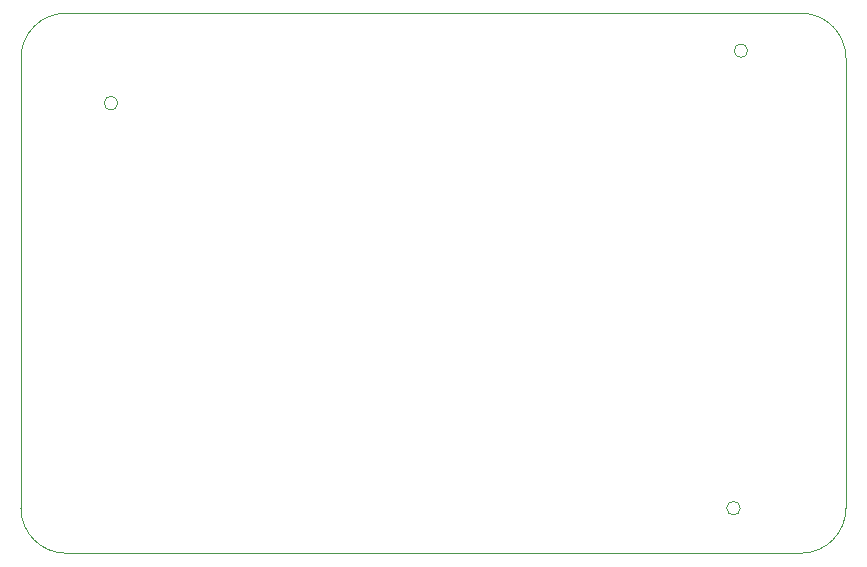
<source format=gbr>
%TF.GenerationSoftware,KiCad,Pcbnew,5.1.10-88a1d61d58~88~ubuntu20.04.1*%
%TF.CreationDate,2021-05-09T16:45:47+02:00*%
%TF.ProjectId,Control_board,436f6e74-726f-46c5-9f62-6f6172642e6b,rev?*%
%TF.SameCoordinates,Original*%
%TF.FileFunction,Profile,NP*%
%FSLAX46Y46*%
G04 Gerber Fmt 4.6, Leading zero omitted, Abs format (unit mm)*
G04 Created by KiCad (PCBNEW 5.1.10-88a1d61d58~88~ubuntu20.04.1) date 2021-05-09 16:45:47*
%MOMM*%
%LPD*%
G01*
G04 APERTURE LIST*
%TA.AperFunction,Profile*%
%ADD10C,0.050000*%
%TD*%
G04 APERTURE END LIST*
D10*
X150436000Y-57150000D02*
G75*
G03*
X150436000Y-57150000I-576000J0D01*
G01*
X203776000Y-52705000D02*
G75*
G03*
X203776000Y-52705000I-576000J0D01*
G01*
X203141000Y-91440000D02*
G75*
G03*
X203141000Y-91440000I-576000J0D01*
G01*
X142240000Y-53340000D02*
X142240000Y-91440000D01*
X208280000Y-49530000D02*
X146050000Y-49530000D01*
X146050000Y-95250000D02*
X208280000Y-95250000D01*
X146050000Y-95250000D02*
G75*
G02*
X142240000Y-91440000I0J3810000D01*
G01*
X142240000Y-53340000D02*
G75*
G02*
X146050000Y-49530000I3810000J0D01*
G01*
X212090000Y-91440000D02*
X212090000Y-53340000D01*
X212090000Y-91440000D02*
G75*
G02*
X208280000Y-95250000I-3810000J0D01*
G01*
X208280000Y-49530000D02*
G75*
G02*
X212090000Y-53340000I0J-3810000D01*
G01*
M02*

</source>
